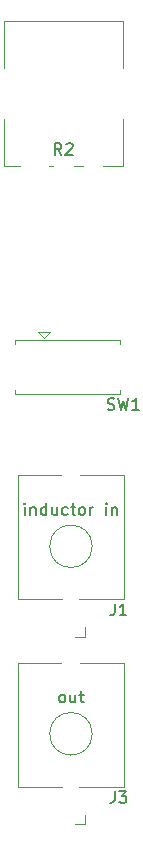
<source format=gbr>
%TF.GenerationSoftware,KiCad,Pcbnew,(6.0.4-0)*%
%TF.CreationDate,2022-12-20T07:59:27-08:00*%
%TF.ProjectId,slutch,736c7574-6368-42e6-9b69-6361645f7063,rev?*%
%TF.SameCoordinates,Original*%
%TF.FileFunction,Legend,Top*%
%TF.FilePolarity,Positive*%
%FSLAX46Y46*%
G04 Gerber Fmt 4.6, Leading zero omitted, Abs format (unit mm)*
G04 Created by KiCad (PCBNEW (6.0.4-0)) date 2022-12-20 07:59:27*
%MOMM*%
%LPD*%
G01*
G04 APERTURE LIST*
%ADD10C,0.150000*%
%ADD11C,0.120000*%
G04 APERTURE END LIST*
D10*
%TO.C,J3*%
X189751666Y-122897380D02*
X189751666Y-123611666D01*
X189704047Y-123754523D01*
X189608809Y-123849761D01*
X189465952Y-123897380D01*
X189370714Y-123897380D01*
X190132619Y-122897380D02*
X190751666Y-122897380D01*
X190418333Y-123278333D01*
X190561190Y-123278333D01*
X190656428Y-123325952D01*
X190704047Y-123373571D01*
X190751666Y-123468809D01*
X190751666Y-123706904D01*
X190704047Y-123802142D01*
X190656428Y-123849761D01*
X190561190Y-123897380D01*
X190275476Y-123897380D01*
X190180238Y-123849761D01*
X190132619Y-123802142D01*
X185245476Y-115387380D02*
X185150238Y-115339761D01*
X185102619Y-115292142D01*
X185055000Y-115196904D01*
X185055000Y-114911190D01*
X185102619Y-114815952D01*
X185150238Y-114768333D01*
X185245476Y-114720714D01*
X185388333Y-114720714D01*
X185483571Y-114768333D01*
X185531190Y-114815952D01*
X185578809Y-114911190D01*
X185578809Y-115196904D01*
X185531190Y-115292142D01*
X185483571Y-115339761D01*
X185388333Y-115387380D01*
X185245476Y-115387380D01*
X186435952Y-114720714D02*
X186435952Y-115387380D01*
X186007380Y-114720714D02*
X186007380Y-115244523D01*
X186055000Y-115339761D01*
X186150238Y-115387380D01*
X186293095Y-115387380D01*
X186388333Y-115339761D01*
X186435952Y-115292142D01*
X186769285Y-114720714D02*
X187150238Y-114720714D01*
X186912142Y-114387380D02*
X186912142Y-115244523D01*
X186959761Y-115339761D01*
X187055000Y-115387380D01*
X187150238Y-115387380D01*
%TO.C,R2*%
X185253333Y-69032380D02*
X184920000Y-68556190D01*
X184681904Y-69032380D02*
X184681904Y-68032380D01*
X185062857Y-68032380D01*
X185158095Y-68080000D01*
X185205714Y-68127619D01*
X185253333Y-68222857D01*
X185253333Y-68365714D01*
X185205714Y-68460952D01*
X185158095Y-68508571D01*
X185062857Y-68556190D01*
X184681904Y-68556190D01*
X185634285Y-68127619D02*
X185681904Y-68080000D01*
X185777142Y-68032380D01*
X186015238Y-68032380D01*
X186110476Y-68080000D01*
X186158095Y-68127619D01*
X186205714Y-68222857D01*
X186205714Y-68318095D01*
X186158095Y-68460952D01*
X185586666Y-69032380D01*
X186205714Y-69032380D01*
%TO.C,SW1*%
X189166666Y-90574761D02*
X189309523Y-90622380D01*
X189547619Y-90622380D01*
X189642857Y-90574761D01*
X189690476Y-90527142D01*
X189738095Y-90431904D01*
X189738095Y-90336666D01*
X189690476Y-90241428D01*
X189642857Y-90193809D01*
X189547619Y-90146190D01*
X189357142Y-90098571D01*
X189261904Y-90050952D01*
X189214285Y-90003333D01*
X189166666Y-89908095D01*
X189166666Y-89812857D01*
X189214285Y-89717619D01*
X189261904Y-89670000D01*
X189357142Y-89622380D01*
X189595238Y-89622380D01*
X189738095Y-89670000D01*
X190071428Y-89622380D02*
X190309523Y-90622380D01*
X190500000Y-89908095D01*
X190690476Y-90622380D01*
X190928571Y-89622380D01*
X191833333Y-90622380D02*
X191261904Y-90622380D01*
X191547619Y-90622380D02*
X191547619Y-89622380D01*
X191452380Y-89765238D01*
X191357142Y-89860476D01*
X191261904Y-89908095D01*
%TO.C,J1*%
X189751666Y-107022380D02*
X189751666Y-107736666D01*
X189704047Y-107879523D01*
X189608809Y-107974761D01*
X189465952Y-108022380D01*
X189370714Y-108022380D01*
X190751666Y-108022380D02*
X190180238Y-108022380D01*
X190465952Y-108022380D02*
X190465952Y-107022380D01*
X190370714Y-107165238D01*
X190275476Y-107260476D01*
X190180238Y-107308095D01*
X182150238Y-99512380D02*
X182150238Y-98845714D01*
X182150238Y-98512380D02*
X182102619Y-98560000D01*
X182150238Y-98607619D01*
X182197857Y-98560000D01*
X182150238Y-98512380D01*
X182150238Y-98607619D01*
X182626428Y-98845714D02*
X182626428Y-99512380D01*
X182626428Y-98940952D02*
X182674047Y-98893333D01*
X182769285Y-98845714D01*
X182912142Y-98845714D01*
X183007380Y-98893333D01*
X183055000Y-98988571D01*
X183055000Y-99512380D01*
X183959761Y-99512380D02*
X183959761Y-98512380D01*
X183959761Y-99464761D02*
X183864523Y-99512380D01*
X183674047Y-99512380D01*
X183578809Y-99464761D01*
X183531190Y-99417142D01*
X183483571Y-99321904D01*
X183483571Y-99036190D01*
X183531190Y-98940952D01*
X183578809Y-98893333D01*
X183674047Y-98845714D01*
X183864523Y-98845714D01*
X183959761Y-98893333D01*
X184864523Y-98845714D02*
X184864523Y-99512380D01*
X184435952Y-98845714D02*
X184435952Y-99369523D01*
X184483571Y-99464761D01*
X184578809Y-99512380D01*
X184721666Y-99512380D01*
X184816904Y-99464761D01*
X184864523Y-99417142D01*
X185769285Y-99464761D02*
X185674047Y-99512380D01*
X185483571Y-99512380D01*
X185388333Y-99464761D01*
X185340714Y-99417142D01*
X185293095Y-99321904D01*
X185293095Y-99036190D01*
X185340714Y-98940952D01*
X185388333Y-98893333D01*
X185483571Y-98845714D01*
X185674047Y-98845714D01*
X185769285Y-98893333D01*
X186055000Y-98845714D02*
X186435952Y-98845714D01*
X186197857Y-98512380D02*
X186197857Y-99369523D01*
X186245476Y-99464761D01*
X186340714Y-99512380D01*
X186435952Y-99512380D01*
X186912142Y-99512380D02*
X186816904Y-99464761D01*
X186769285Y-99417142D01*
X186721666Y-99321904D01*
X186721666Y-99036190D01*
X186769285Y-98940952D01*
X186816904Y-98893333D01*
X186912142Y-98845714D01*
X187055000Y-98845714D01*
X187150238Y-98893333D01*
X187197857Y-98940952D01*
X187245476Y-99036190D01*
X187245476Y-99321904D01*
X187197857Y-99417142D01*
X187150238Y-99464761D01*
X187055000Y-99512380D01*
X186912142Y-99512380D01*
X187674047Y-99512380D02*
X187674047Y-98845714D01*
X187674047Y-99036190D02*
X187721666Y-98940952D01*
X187769285Y-98893333D01*
X187864523Y-98845714D01*
X187959761Y-98845714D01*
X189055000Y-99512380D02*
X189055000Y-98845714D01*
X189055000Y-98512380D02*
X189007380Y-98560000D01*
X189055000Y-98607619D01*
X189102619Y-98560000D01*
X189055000Y-98512380D01*
X189055000Y-98607619D01*
X189531190Y-98845714D02*
X189531190Y-99512380D01*
X189531190Y-98940952D02*
X189578809Y-98893333D01*
X189674047Y-98845714D01*
X189816904Y-98845714D01*
X189912142Y-98893333D01*
X189959761Y-98988571D01*
X189959761Y-99512380D01*
D11*
%TO.C,J3*%
X186855000Y-112045000D02*
X190555000Y-112045000D01*
X187285000Y-125695000D02*
X186425000Y-125695000D01*
X186775000Y-122545000D02*
X190555000Y-122545000D01*
X190555000Y-122545000D02*
X190555000Y-112045000D01*
X181555000Y-122545000D02*
X185335000Y-122545000D01*
X181555000Y-122545000D02*
X181555000Y-112045000D01*
X181555000Y-112045000D02*
X185255000Y-112045000D01*
X187285000Y-125695000D02*
X187285000Y-124895000D01*
X187855000Y-118045000D02*
G75*
G03*
X187855000Y-118045000I-1800000J0D01*
G01*
%TO.C,R2*%
X184170000Y-69940000D02*
X184550000Y-69940000D01*
X180399000Y-57700000D02*
X190440000Y-57700000D01*
X190440000Y-61636000D02*
X190440000Y-57700000D01*
X186291000Y-69940000D02*
X187050000Y-69940000D01*
X180399000Y-69940000D02*
X180399000Y-66003000D01*
X190440000Y-69940000D02*
X190440000Y-66003000D01*
X180399000Y-69940000D02*
X181720000Y-69940000D01*
X188790000Y-69940000D02*
X190440000Y-69940000D01*
X180399000Y-61636000D02*
X180399000Y-57700000D01*
%TO.C,SW1*%
X181355000Y-89255000D02*
X181355000Y-88945000D01*
X183765000Y-84535000D02*
X184265000Y-84035000D01*
X183265000Y-84035000D02*
X183765000Y-84535000D01*
X184265000Y-84035000D02*
X183265000Y-84035000D01*
X181355000Y-85045000D02*
X181355000Y-84735000D01*
X190175000Y-89255000D02*
X181355000Y-89255000D01*
X190175000Y-89255000D02*
X190175000Y-88945000D01*
X190175000Y-84735000D02*
X190175000Y-85045000D01*
X181355000Y-84735000D02*
X190175000Y-84735000D01*
%TO.C,J1*%
X181555000Y-106670000D02*
X181555000Y-96170000D01*
X187285000Y-109820000D02*
X187285000Y-109020000D01*
X181555000Y-106670000D02*
X185335000Y-106670000D01*
X190555000Y-106670000D02*
X190555000Y-96170000D01*
X186775000Y-106670000D02*
X190555000Y-106670000D01*
X181555000Y-96170000D02*
X185255000Y-96170000D01*
X187285000Y-109820000D02*
X186425000Y-109820000D01*
X186855000Y-96170000D02*
X190555000Y-96170000D01*
X187855000Y-102170000D02*
G75*
G03*
X187855000Y-102170000I-1800000J0D01*
G01*
%TD*%
M02*

</source>
